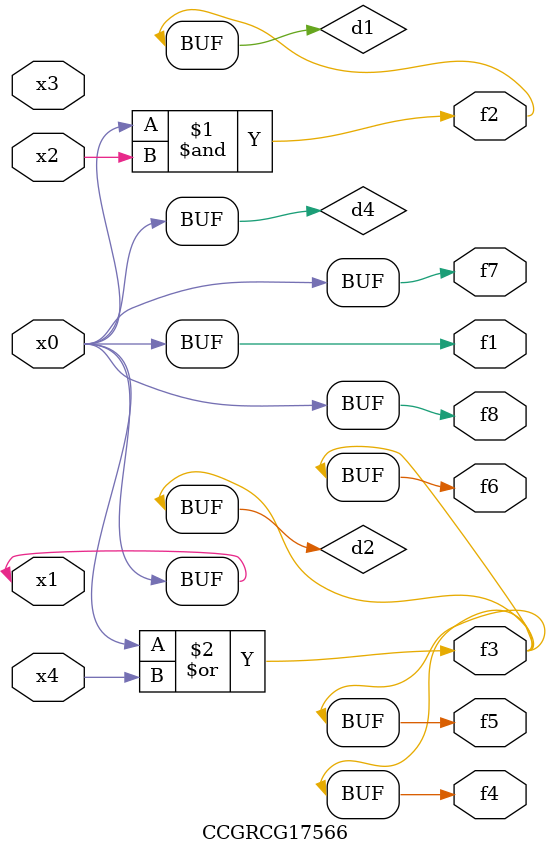
<source format=v>
module CCGRCG17566(
	input x0, x1, x2, x3, x4,
	output f1, f2, f3, f4, f5, f6, f7, f8
);

	wire d1, d2, d3, d4;

	and (d1, x0, x2);
	or (d2, x0, x4);
	nand (d3, x0, x2);
	buf (d4, x0, x1);
	assign f1 = d4;
	assign f2 = d1;
	assign f3 = d2;
	assign f4 = d2;
	assign f5 = d2;
	assign f6 = d2;
	assign f7 = d4;
	assign f8 = d4;
endmodule

</source>
